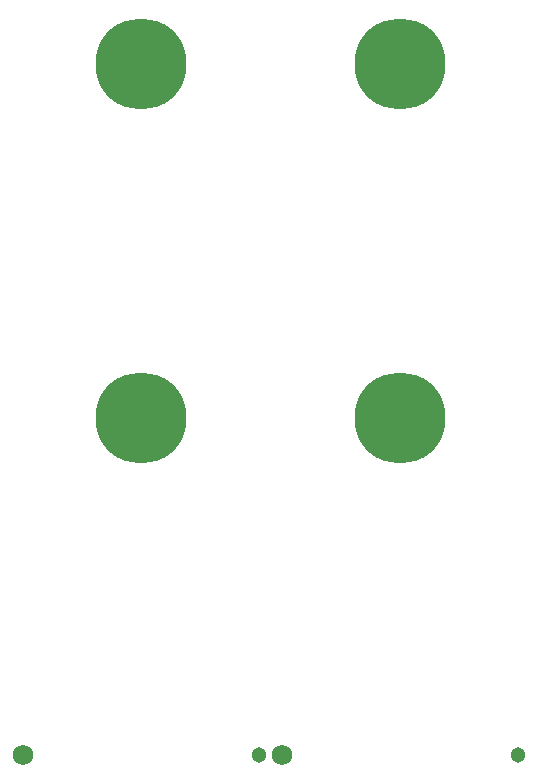
<source format=gbs>
G75*
%MOIN*%
%OFA0B0*%
%FSLAX25Y25*%
%IPPOS*%
%LPD*%
%AMOC8*
5,1,8,0,0,1.08239X$1,22.5*
%
%ADD10C,0.05131*%
%ADD11C,0.06902*%
%ADD12C,0.30328*%
D10*
X0097063Y0040370D03*
X0183283Y0040370D03*
D11*
X0018323Y0040370D03*
X0104543Y0040370D03*
D12*
X0143913Y0152575D03*
X0143913Y0270685D03*
X0057693Y0270685D03*
X0057693Y0152575D03*
M02*

</source>
